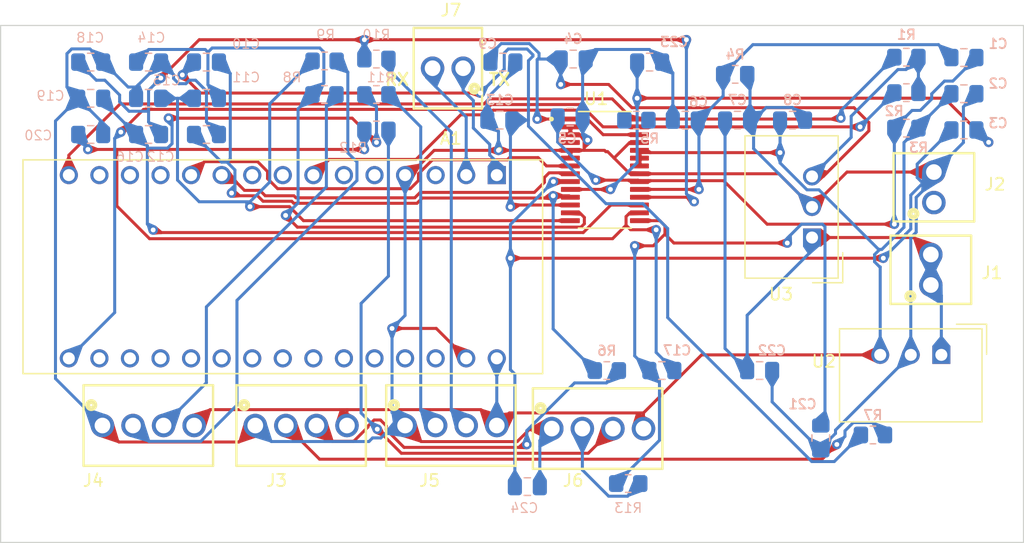
<source format=kicad_pcb>
(kicad_pcb (version 20240108) (generator "pcbnew") (generator_version "8.0")
  (layers (0 "F.Cu" signal) (31 "B.Cu" signal) (34 "B.Paste" user) (35 "F.Paste" user) (36 "B.SilkS" user "B.Silkscreen") (37 "F.SilkS" user "F.Silkscreen") (38 "B.Mask" user) (39 "F.Mask" user) (44 "Edge.Cuts" user))
  (net 0 "")
  (net 2 "+3.3V")
  (net 3 "/REFP1")
  (net 4 "/REFN1")
  (net 5 "/CAPNET1")
  (net 6 "+5V")
  (net 7 "GND")
  (net 26 "Net-(U1-REFP)")
  (net 27 "Net-(U1-REFN)")
  (net 28 "AINP1")
  (net 29 "AINN1")
  (net 30 "AINP3")
  (net 31 "AINN3")
  (net 32 "AINP2")
  (net 33 "AINN2")
  (net 34 "AINP4")
  (net 35 "AINN4")
  (net 36 "PDWN")
  (net 37 "A0")
  (net 38 "A1")
  (net 39 "DRDY{slash}DOUT")
  (net 40 "SCLK")
  (net 43 "/Load Cell Headers/AINP11")
  (net 44 "/Load Cell Headers/AINN11")
  (net 45 "/CAPNET2")
  (net 46 "/Input Power/V SUPPLY IN BOTH")
  (net 47 "/Load Cell Headers/AINN31")
  (net 48 "/Load Cell Headers/AINP31")
  (net 49 "/Load Cell Headers/AINP21")
  (net 50 "/Load Cell Headers/AINN21")
  (net 51 "/Load Cell Headers/AINP41")
  (net 52 "/Load Cell Headers/AINN41")
  (net 54 "/TX1")
  (net 55 "/RX1")
  (footprint "Robocone Footprints:691210910004" (layer "F.Cu") (at 115.57 108.204)
    (property "Reference" "J4")
    (property "Value" "691210910004" (hide yes))
  )
  (footprint "Robocone Footprints:691210910002" (layer "F.Cu") (at 180.848 88.392 90)
    (property "Reference" "J2")
    (property "Value" "691210910002" (hide yes))
  )
  (footprint "Robocone Footprints:691210910002" (layer "F.Cu") (at 180.594 95.25 90)
    (property "Reference" "J1")
    (property "Value" "691210910002" (hide yes))
  )
  (footprint "Robocone Footprints:691210910004" (layer "F.Cu") (at 128.27 108.204)
    (property "Reference" "J3")
    (property "Value" "691210910004" (hide yes))
  )
  (footprint "Robocone Footprints:691210910002" (layer "F.Cu") (at 140.462 78.486 180)
    (property "Reference" "J7")
    (property "Value" "691210910002" (hide yes))
  )
  (footprint "Robocone Footprints:691210910004" (layer "F.Cu") (at 140.716 108.204)
    (property "Reference" "J5")
    (property "Value" "691210910004" (hide yes))
  )
  (footprint "Robocone Footprints:MODULE_ARD-NANO30" (layer "F.Cu") (at 126.746 94.996 -90)
    (property "Reference" "A1")
    (property "Value" "Arduino_Nano_v3.x")
  )
  (footprint "Robocone Footprints:SOP65P640X120-28N" (layer "F.Cu") (at 153.512 86.939)
    (property "Reference" "U1")
    (property "Value" "ADS1234IPW")
  )
  (footprint "Robocone Footprints:691210910004" (layer "F.Cu") (at 152.908 108.458)
    (property "Reference" "J6")
    (property "Value" "691210910004" (hide yes))
  )
  (footprint "Converter_DCDC:Converter_DCDC_TRACO_TSR1-xxxxE_THT" (layer "F.Cu") (at 170.7215 92.5675 180)
    (property "Reference" "U3")
    (property "Value" "TSR1-2433E")
  )
  (footprint "Converter_DCDC:Converter_DCDC_TRACO_TSR1-xxxxE_THT" (layer "F.Cu") (at 181.4675 102.3285 -90)
    (property "Reference" "U2")
    (property "Value" "TSR1-2450E")
  )
  (footprint "Resistor_SMD:R_0805_2012Metric_Pad1.20x1.40mm_HandSolder" (layer "B.Cu") (at 134.522 83.624 180)
    (property "Reference" "R12")
    (property "Value" "100" (hide yes))
  )
  (footprint "Resistor_SMD:R_0805_2012Metric_Pad1.20x1.40mm_HandSolder" (layer "B.Cu") (at 178.562 77.568 180)
    (property "Reference" "R1")
    (property "Value" "4.7k" (hide yes))
  )
  (footprint "Resistor_SMD:R_0805_2012Metric_Pad1.20x1.40mm_HandSolder" (layer "B.Cu") (at 178.562 83.468 180)
    (property "Reference" "R3")
    (property "Value" "100" (hide yes))
  )
  (footprint "Resistor_SMD:R_0805_2012Metric_Pad1.20x1.40mm_HandSolder" (layer "B.Cu") (at 164.338 78.994 180)
    (property "Reference" "R4")
    (property "Value" "100" (hide yes))
  )
  (footprint "Capacitor_SMD:C_0805_2012Metric_Pad1.18x1.45mm_HandSolder" (layer "B.Cu") (at 183.342 77.598 180)
    (property "Reference" "C1")
    (property "Value" "10nF" (hide yes))
  )
  (footprint "Capacitor_SMD:C_0805_2012Metric_Pad1.18x1.45mm_HandSolder" (layer "B.Cu") (at 160.192 82.804 180)
    (property "Reference" "C6")
    (property "Value" "1nF" (hide yes))
  )
  (footprint "Resistor_SMD:R_0805_2012Metric_Pad1.20x1.40mm_HandSolder" (layer "B.Cu") (at 156.128 82.804 180)
    (property "Reference" "R5")
    (property "Value" "100k" (hide yes))
  )
  (footprint "Capacitor_SMD:C_0805_2012Metric_Pad1.18x1.45mm_HandSolder" (layer "B.Cu") (at 120.4015 80.988 180)
    (property "Reference" "C11")
    (property "Value" "10nF" (hide yes))
  )
  (footprint "Capacitor_SMD:C_0805_2012Metric_Pad1.18x1.45mm_HandSolder" (layer "B.Cu") (at 110.7815 80.988 180)
    (property "Reference" "C19")
    (property "Value" "1nF" (hide yes))
  )
  (footprint "Capacitor_SMD:C_0805_2012Metric_Pad1.18x1.45mm_HandSolder" (layer "B.Cu") (at 120.4015 77.978 180)
    (property "Reference" "C10")
    (property "Value" "10nF" (hide yes))
  )
  (footprint "Capacitor_SMD:C_0805_2012Metric_Pad1.18x1.45mm_HandSolder" (layer "B.Cu") (at 166.37 103.632 180)
    (property "Reference" "C22")
    (property "Value" "100nF" (hide yes))
  )
  (footprint "Capacitor_SMD:C_0805_2012Metric_Pad1.18x1.45mm_HandSolder" (layer "B.Cu") (at 115.5915 77.978 180)
    (property "Reference" "C14")
    (property "Value" "1nF" (hide yes))
  )
  (footprint "Resistor_SMD:R_0805_2012Metric_Pad1.20x1.40mm_HandSolder" (layer "B.Cu") (at 130.22 77.88 180)
    (property "Reference" "R9")
    (property "Value" "100" (hide yes))
  )
  (footprint "Capacitor_SMD:C_0805_2012Metric_Pad1.18x1.45mm_HandSolder" (layer "B.Cu") (at 157.226 77.978 180)
    (property "Reference" "C23")
    (property "Value" "1nF" (hide yes))
  )
  (footprint "Capacitor_SMD:C_0805_2012Metric_Pad1.18x1.45mm_HandSolder" (layer "B.Cu") (at 150.622 82.55 180)
    (property "Reference" "C5")
    (property "Value" "1nF" (hide yes))
  )
  (footprint "Capacitor_SMD:C_0805_2012Metric_Pad1.18x1.45mm_HandSolder" (layer "B.Cu") (at 110.7815 77.978 180)
    (property "Reference" "C18")
    (property "Value" "1nF" (hide yes))
  )
  (footprint "Capacitor_SMD:C_0805_2012Metric_Pad1.18x1.45mm_HandSolder" (layer "B.Cu") (at 145.034 77.978 180)
    (property "Reference" "C9")
    (property "Value" "100nF" (hide yes))
  )
  (footprint "Resistor_SMD:R_0805_2012Metric_Pad1.20x1.40mm_HandSolder" (layer "B.Cu") (at 175.784 108.9875 180)
    (property "Reference" "R7")
    (property "Value" "100" (hide yes))
  )
  (footprint "Resistor_SMD:R_0805_2012Metric_Pad1.20x1.40mm_HandSolder" (layer "B.Cu") (at 134.522 77.724 180)
    (property "Reference" "R10")
    (property "Value" "100" (hide yes))
  )
  (footprint "Capacitor_SMD:C_0805_2012Metric_Pad1.18x1.45mm_HandSolder" (layer "B.Cu") (at 169.1035 82.804 180)
    (property "Reference" "C8")
    (property "Value" "100nF" (hide yes))
  )
  (footprint "Resistor_SMD:R_0805_2012Metric_Pad1.20x1.40mm_HandSolder" (layer "B.Cu") (at 153.67 103.632 180)
    (property "Reference" "R6")
    (property "Value" "100" (hide yes))
  )
  (footprint "Capacitor_SMD:C_0805_2012Metric_Pad1.18x1.45mm_HandSolder" (layer "B.Cu") (at 150.876 77.724 180)
    (property "Reference" "C4")
    (property "Value" "2.2uF" (hide yes))
  )
  (footprint "Capacitor_SMD:C_0805_2012Metric_Pad1.18x1.45mm_HandSolder" (layer "B.Cu") (at 147.066 113.284 180)
    (property "Reference" "C24")
    (property "Value" "1nF" (hide yes))
  )
  (footprint "Capacitor_SMD:C_0805_2012Metric_Pad1.18x1.45mm_HandSolder" (layer "B.Cu") (at 110.7815 83.998 180)
    (property "Reference" "C20")
    (property "Value" "1nF" (hide yes))
  )
  (footprint "Capacitor_SMD:C_0805_2012Metric_Pad1.18x1.45mm_HandSolder" (layer "B.Cu") (at 183.342 80.608 180)
    (property "Reference" "C2")
    (property "Value" "2.2uF" (hide yes))
  )
  (footprint "Capacitor_SMD:C_0805_2012Metric_Pad1.18x1.45mm_HandSolder" (layer "B.Cu") (at 115.5915 83.998 180)
    (property "Reference" "C16")
    (property "Value" "10nF" (hide yes))
  )
  (footprint "Capacitor_SMD:C_0805_2012Metric_Pad1.18x1.45mm_HandSolder" (layer "B.Cu") (at 120.4015 83.998 180)
    (property "Reference" "C12")
    (property "Value" "1nF" (hide yes))
  )
  (footprint "Capacitor_SMD:C_0805_2012Metric_Pad1.18x1.45mm_HandSolder" (layer "B.Cu") (at 144.78 82.804 180)
    (property "Reference" "C13")
    (property "Value" "1nF" (hide yes))
  )
  (footprint "Capacitor_SMD:C_0805_2012Metric_Pad1.18x1.45mm_HandSolder" (layer "B.Cu") (at 164.5315 82.804 180)
    (property "Reference" "C7")
    (property "Value" "100nF" (hide yes))
  )
  (footprint "Resistor_SMD:R_0805_2012Metric_Pad1.20x1.40mm_HandSolder" (layer "B.Cu") (at 134.522 80.674 180)
    (property "Reference" "R11")
    (property "Value" "100" (hide yes))
  )
  (footprint "Resistor_SMD:R_0805_2012Metric_Pad1.20x1.40mm_HandSolder" (layer "B.Cu") (at 130.204 80.674 180)
    (property "Reference" "R8")
    (property "Value" "100" (hide yes))
  )
  (footprint "Capacitor_SMD:C_0805_2012Metric_Pad1.18x1.45mm_HandSolder" (layer "B.Cu") (at 158.242 103.632 180)
    (property "Reference" "C17")
    (property "Value" "10nF" (hide yes))
  )
  (footprint "Capacitor_SMD:C_0805_2012Metric_Pad1.18x1.45mm_HandSolder" (layer "B.Cu") (at 183.342 83.618 180)
    (property "Reference" "C3")
    (property "Value" "100nF" (hide yes))
  )
  (footprint "Capacitor_SMD:C_0805_2012Metric_Pad1.18x1.45mm_HandSolder" (layer "B.Cu") (at 115.5915 80.988 180)
    (property "Reference" "C15")
    (property "Value" "1nF" (hide yes))
  )
  (footprint "Resistor_SMD:R_0805_2012Metric_Pad1.20x1.40mm_HandSolder" (layer "B.Cu") (at 178.562 80.518 180)
    (property "Reference" "R2")
    (property "Value" "4.7k" (hide yes))
  )
  (footprint "Resistor_SMD:R_0805_2012Metric_Pad1.20x1.40mm_HandSolder" (layer "B.Cu") (at 155.448 113.03 180)
    (property "Reference" "R13")
    (property "Value" "100" (hide yes))
  )
  (footprint "Capacitor_SMD:C_0805_2012Metric_Pad1.18x1.45mm_HandSolder" (layer "B.Cu") (at 171.45 109.2415 -90)
    (property "Reference" "C21")
    (property "Value" "1nF" (hide yes))
  )
  (gr_rect (start 103.296 74.93) (end 188.296 117.93) (stroke (width 0.1)) (fill none) (layer "Edge.Cuts"))
  (gr_text "RX" (at 135.128 80.01 0) (layer "F.SilkS") (effects (font (size 1 1) (thickness 0.2) (bold yes)) (justify left bottom)))
  (gr_text "TX" (at 143.764 80.01 0) (layer "F.SilkS") (effects (font (size 1 1) (thickness 0.2) (bold yes)) (justify left bottom)))
  (segment (start 170.7215 87.4875) (end 171.6518 87.4875) (width 0.25) (layer "F.Cu") (net 2))
  (segment (start 150.642 82.714) (end 147.8841 82.714) (width 0.25) (layer "F.Cu") (net 2))
  (segment (start 175.4462 83.6931) (end 175.4462 83.0042) (width 0.25) (layer "F.Cu") (net 2))
  (segment (start 175.4462 83.0042) (end 174.211 81.769) (width 0.25) (layer "F.Cu") (net 2))
  (segment (start 174.211 81.769) (end 155.7552 81.769) (width 0.25) (layer "F.Cu") (net 2))
  (segment (start 153.8196 79.8334) (end 149.8385 79.8334) (width 0.25) (layer "F.Cu") (net 2))
  (segment (start 155.7552 81.769) (end 153.8196 79.8334) (width 0.25) (layer "F.Cu") (net 2))
  (segment (start 171.6518 87.4875) (end 175.4462 83.6931) (width 0.25) (layer "F.Cu") (net 2))
  (via (at 147.8841 82.714) (size 0.8) (drill 0.4) (layers "F.Cu" "B.Cu") (net 2))
  (via (at 149.8385 79.8334) (size 0.8) (drill 0.4) (layers "F.Cu" "B.Cu") (net 2))
  (segment (start 147.8825 82.7124) (end 147.8825 77.7716) (width 0.25) (layer "B.Cu") (net 2))
  (segment (start 177.8566 78.5957) (end 178.5343 78.5957) (width 0.25) (layer "B.Cu") (net 2))
  (segment (start 147.8841 82.714) (end 147.8825 82.7124) (width 0.25) (layer "B.Cu") (net 2))
  (segment (start 178.5343 78.5957) (end 179.562 77.568) (width 0.25) (layer "B.Cu") (net 2))
  (segment (start 147.2361 76.4388) (end 144.8969 76.4388) (width 0.25) (layer "B.Cu") (net 2))
  (segment (start 179.562 80.518) (end 179.562 77.568) (width 0.25) (layer "B.Cu") (net 2))
  (segment (start 149.8385 77.724) (end 147.9301 77.724) (width 0.25) (layer "B.Cu") (net 2))
  (segment (start 144.8969 76.4388) (end 144.4794 76.8563) (width 0.25) (layer "B.Cu") (net 2))
  (segment (start 173.9755 82.4768) (end 177.8566 78.5957) (width 0.25) (layer "B.Cu") (net 2))
  (segment (start 149.8385 77.724) (end 149.8385 79.8334) (width 0.25) (layer "B.Cu") (net 2))
  (segment (start 170.7215 87.4875) (end 173.9755 84.2335) (width 0.25) (layer "B.Cu") (net 2))
  (segment (start 144.4794 76.8563) (end 144.4794 77.4951) (width 0.25) (layer "B.Cu") (net 2))
  (segment (start 173.9755 84.2335) (end 173.9755 82.4768) (width 0.25) (layer "B.Cu") (net 2))
  (segment (start 148.0386 77.6155) (end 148.0386 77.2413) (width 0.25) (layer "B.Cu") (net 2))
  (segment (start 148.0386 77.2413) (end 147.2361 76.4388) (width 0.25) (layer "B.Cu") (net 2))
  (segment (start 147.9301 77.724) (end 148.0386 77.6155) (width 0.25) (layer "B.Cu") (net 2))
  (segment (start 144.4794 77.4951) (end 143.9965 77.978) (width 0.25) (layer "B.Cu") (net 2))
  (segment (start 147.8825 77.7716) (end 147.9301 77.724) (width 0.25) (layer "B.Cu") (net 2))
  (segment (start 156.4587 87.8373) (end 156.382 87.914) (width 0.25) (layer "F.Cu") (net 3))
  (segment (start 163.3696 87.8373) (end 156.4587 87.8373) (width 0.25) (layer "F.Cu") (net 3))
  (segment (start 177.562 91.4567) (end 166.989 91.4567) (width 0.25) (layer "F.Cu") (net 3))
  (segment (start 156.382 87.914) (end 156.2639 87.7959) (width 0.25) (layer "F.Cu") (net 3))
  (segment (start 166.989 91.4567) (end 163.3696 87.8373) (width 0.25) (layer "F.Cu") (net 3))
  (segment (start 156.2639 87.7959) (end 152.7554 87.7959) (width 0.25) (layer "F.Cu") (net 3))
  (via (at 152.7554 87.7959) (size 0.8) (drill 0.4) (layers "F.Cu" "B.Cu") (net 3))
  (via (at 177.562 91.4567) (size 0.8) (drill 0.4) (layers "F.Cu" "B.Cu") (net 3))
  (segment (start 184.3795 77.598) (end 182.4222 79.5553) (width 0.25) (layer "B.Cu") (net 3))
  (segment (start 181.7278 79.5553) (end 180.6663 80.6168) (width 0.25) (layer "B.Cu") (net 3))
  (segment (start 180.6663 81.0472) (end 179.7205 81.993) (width 0.25) (layer "B.Cu") (net 3))
  (segment (start 180.6663 80.6168) (end 180.6663 81.0472) (width 0.25) (layer "B.Cu") (net 3))
  (segment (start 177.562 83.468) (end 177.562 91.4567) (width 0.25) (layer "B.Cu") (net 3))
  (segment (start 149.5845 82.55) (end 149.5845 84.625) (width 0.25) (layer "B.Cu") (net 3))
  (segment (start 179.037 81.993) (end 177.562 83.468) (width 0.25) (layer "B.Cu") (net 3))
  (segment (start 179.7205 81.993) (end 179.037 81.993) (width 0.25) (layer "B.Cu") (net 3))
  (segment (start 149.5845 84.625) (end 152.7554 87.7959) (width 0.25) (layer "B.Cu") (net 3))
  (segment (start 182.4222 79.5553) (end 181.7278 79.5553) (width 0.25) (layer "B.Cu") (net 3))
  (segment (start 156.382 88.564) (end 161.3243 88.564) (width 0.25) (layer "F.Cu") (net 4))
  (via (at 161.3243 88.564) (size 0.8) (drill 0.4) (layers "F.Cu" "B.Cu") (net 4))
  (segment (start 161.3243 82.804) (end 161.2295 82.804) (width 0.25) (layer "B.Cu") (net 4))
  (segment (start 161.3243 82.804) (end 161.3243 88.564) (width 0.25) (layer "B.Cu") (net 4))
  (segment (start 181.2324 76.5259) (end 182.3045 77.598) (width 0.25) (layer "B.Cu") (net 4))
  (segment (start 163.338 80.7903) (end 161.3243 82.804) (width 0.25) (layer "B.Cu") (net 4))
  (segment (start 163.338 78.994) (end 165.8061 76.5259) (width 0.25) (layer "B.Cu") (net 4))
  (segment (start 165.8061 76.5259) (end 181.2324 76.5259) (width 0.25) (layer "B.Cu") (net 4))
  (segment (start 163.338 78.994) (end 163.338 80.7903) (width 0.25) (layer "B.Cu") (net 4))
  (segment (start 176.6459 94.2856) (end 145.6594 94.2856) (width 0.25) (layer "F.Cu") (net 5))
  (segment (start 149.2304 87.914) (end 150.642 87.914) (width 0.25) (layer "F.Cu") (net 5))
  (via (at 145.6594 94.2856) (size 0.8) (drill 0.4) (layers "F.Cu" "B.Cu") (net 5))
  (via (at 149.2304 87.914) (size 0.8) (drill 0.4) (layers "F.Cu" "B.Cu") (net 5))
  (via (at 176.6459 94.2856) (size 0.8) (drill 0.4) (layers "F.Cu" "B.Cu") (net 5))
  (segment (start 178.9275 91.8628) (end 178.4773 92.313) (width 0.25) (layer "B.Cu") (net 5))
  (segment (start 179.9275 88.0424) (end 179.9275 88.0425) (width 0.25) (layer "B.Cu") (net 5))
  (segment (start 179.9275 88.0425) (end 178.9275 89.0425) (width 0.25) (layer "B.Cu") (net 5))
  (segment (start 178.4773 92.4542) (end 176.6459 94.2856) (width 0.25) (layer "B.Cu") (net 5))
  (segment (start 178.4773 92.313) (end 178.4773 92.4542) (width 0.25) (layer "B.Cu") (net 5))
  (segment (start 145.6594 91.485) (end 145.6594 94.2856) (width 0.25) (layer "B.Cu") (net 5))
  (segment (start 145.6594 103.5604) (end 146.0285 103.9295) (width 0.25) (layer "B.Cu") (net 5))
  (segment (start 179.4628 86.4597) (end 179.4628 87.5777) (width 0.25) (layer "B.Cu") (net 5))
  (segment (start 182.3045 83.618) (end 179.4628 86.4597) (width 0.25) (layer "B.Cu") (net 5))
  (segment (start 179.4628 87.5777) (end 179.9275 88.0424) (width 0.25) (layer "B.Cu") (net 5))
  (segment (start 149.2304 87.914) (end 145.6594 91.485) (width 0.25) (layer "B.Cu") (net 5))
  (segment (start 146.0285 103.9295) (end 146.0285 113.284) (width 0.25) (layer "B.Cu") (net 5))
  (segment (start 178.9275 89.0425) (end 178.9275 91.8628) (width 0.25) (layer "B.Cu") (net 5))
  (segment (start 145.6594 94.2856) (end 145.6594 103.5604) (width 0.25) (layer "B.Cu") (net 5))
  (segment (start 132.08 108.204) (end 132.08 106.8848) (width 0.25) (layer "F.Cu") (net 6))
  (segment (start 161.5458 102.3285) (end 156.718 107.1563) (width 0.25) (layer "F.Cu") (net 6))
  (segment (start 156.382 85.314) (end 156.5738 85.5058) (width 0.25) (layer "F.Cu") (net 6))
  (segment (start 176.3875 102.3285) (end 161.5458 102.3285) (width 0.25) (layer "F.Cu") (net 6))
  (segment (start 144.526 108.204) (end 145.5737 107.1563) (width 0.25) (layer "F.Cu") (net 6))
  (segment (start 145.5737 107.1563) (end 156.718 107.1563) (width 0.25) (layer "F.Cu") (net 6))
  (segment (start 156.382 85.964) (end 156.382 86.614) (width 0.25) (layer "F.Cu") (net 6))
  (segment (start 144.526 108.204) (end 143.2068 106.8848) (width 0.25) (layer "F.Cu") (net 6))
  (segment (start 143.2068 106.8848) (end 132.08 106.8848) (width 0.25) (layer "F.Cu") (net 6))
  (segment (start 119.38 108.204) (end 120.6992 106.8848) (width 0.25) (layer "F.Cu") (net 6))
  (segment (start 156.718 107.1563) (end 156.718 108.458) (width 0.25) (layer "F.Cu") (net 6))
  (segment (start 156.382 85.314) (end 156.382 85.964) (width 0.25) (layer "F.Cu") (net 6))
  (segment (start 156.5738 85.5058) (end 168.066 85.5058) (width 0.25) (layer "F.Cu") (net 6))
  (segment (start 120.6992 106.8848) (end 132.08 106.8848) (width 0.25) (layer "F.Cu") (net 6))
  (via (at 168.066 85.5058) (size 0.8) (drill 0.4) (layers "F.Cu" "B.Cu") (net 6))
  (segment (start 178.0256 92.0515) (end 176.5182 93.5589) (width 0.25) (layer "B.Cu") (net 6))
  (segment (start 170.3064 88.6031) (end 171.301 88.6031) (width 0.25) (layer "B.Cu") (net 6))
  (segment (start 176.5182 93.5589) (end 176.345 93.5589) (width 0.25) (layer "B.Cu") (net 6))
  (segment (start 179.562 83.468) (end 178.363 84.667) (width 0.25) (layer "B.Cu") (net 6))
  (segment (start 182.3045 80.608) (end 179.562 83.3505) (width 0.25) (layer "B.Cu") (net 6))
  (segment (start 175.9192 93.9847) (end 175.9192 94.5865) (width 0.25) (layer "B.Cu") (net 6))
  (segment (start 176.345 93.5589) (end 176.3009 93.603) (width 0.25) (layer "B.Cu") (net 6))
  (segment (start 178.3624 91.7126) (end 178.0256 92.0494) (width 0.25) (layer "B.Cu") (net 6))
  (segment (start 178.0256 92.0494) (end 178.0256 92.0515) (width 0.25) (layer "B.Cu") (net 6))
  (segment (start 168.066 86.3627) (end 170.3064 88.6031) (width 0.25) (layer "B.Cu") (net 6))
  (segment (start 175.9192 94.5865) (end 176.345 95.0123) (width 0.25) (layer "B.Cu") (net 6))
  (segment (start 144.526 102.616) (end 144.526 108.204) (width 0.25) (layer "B.Cu") (net 6))
  (segment (start 168.066 85.5058) (end 168.066 86.3627) (width 0.25) (layer "B.Cu") (net 6))
  (segment (start 178.363 84.667) (end 178.363 91.7126) (width 0.25) (layer "B.Cu") (net 6))
  (segment (start 176.3009 93.603) (end 175.9192 93.9847) (width 0.25) (layer "B.Cu") (net 6))
  (segment (start 168.066 85.5058) (end 168.066 82.804) (width 0.25) (layer "B.Cu") (net 6))
  (segment (start 171.301 88.6031) (end 176.3009 93.603) (width 0.25) (layer "B.Cu") (net 6))
  (segment (start 178.363 91.7126) (end 178.3624 91.7126) (width 0.25) (layer "B.Cu") (net 6))
  (segment (start 176.3875 95.0123) (end 176.3875 102.3285) (width 0.25) (layer "B.Cu") (net 6))
  (segment (start 179.562 83.3505) (end 179.562 83.468) (width 0.25) (layer "B.Cu") (net 6))
  (segment (start 176.345 95.0123) (end 176.3875 95.0123) (width 0.25) (layer "B.Cu") (net 6))
  (segment (start 153.5835 85.4237) (end 153.4738 85.314) (width 0.25) (layer "F.Cu") (net 7))
  (segment (start 111.76 108.204) (end 113.1298 109.5738) (width 0.25) (layer "F.Cu") (net 7))
  (segment (start 154.2746 85.9574) (end 154.2745 85.9575) (width 0.25) (layer "F.Cu") (net 7))
  (segment (start 173.627 87.122) (end 180.848 87.122) (width 0.25) (layer "F.Cu") (net 7))
  (segment (start 123.0902 109.5738) (end 124.46 108.204) (width 0.25) (layer "F.Cu") (net 7))
  (segment (start 150.642 84.014) (end 150.642 83.364) (width 0.25) (layer "F.Cu") (net 7))
  (segment (start 154.2746 85.9574) (end 155.5811 87.264) (width 0.25) (layer "F.Cu") (net 7))
  (segment (start 137.2639 87.376) (end 136.906 87.376) (width 0.25) (layer "F.Cu") (net 7))
  (segment (start 170.7215 90.0275) (end 173.627 87.122) (width 0.25) (layer "F.Cu") (net 7))
  (segment (start 151.7908 84.373) (end 151.7908 84.4642) (width 0.25) (layer "F.Cu") (net 7))
  (segment (start 155.5811 87.264) (end 156.382 87.264) (width 0.25) (layer "F.Cu") (net 7))
  (segment (start 141.986 102.616) (end 139.4977 100.1277) (width 0.25) (layer "F.Cu") (net 7))
  (segment (start 167.958 87.264) (end 170.7215 90.0275) (width 0.25) (layer "F.Cu") (net 7))
  (segment (start 153.7407 85.4237) (end 153.5835 85.4237) (width 0.25) (layer "F.Cu") (net 7))
  (segment (start 156.382 87.264) (end 167.958 87.264) (width 0.25) (layer "F.Cu") (net 7))
  (segment (start 144.6661 85.314) (end 139.3259 85.314) (width 0.25) (layer "F.Cu") (net 7))
  (segment (start 139.3259 85.314) (end 137.2639 87.376) (width 0.25) (layer "F.Cu") (net 7))
  (segment (start 153.4738 85.314) (end 151.7908 85.314) (width 0.25) (layer "F.Cu") (net 7))
  (segment (start 150.642 84.014) (end 151.4318 84.014) (width 0.25) (layer "F.Cu") (net 7))
  (segment (start 155.568 84.664) (end 154.2746 85.9574) (width 0.25) (layer "F.Cu") (net 7))
  (segment (start 154.2745 85.9575) (end 153.7407 85.4237) (width 0.25) (layer "F.Cu") (net 7))
  (segment (start 113.1298 109.5738) (end 123.0902 109.5738) (width 0.25) (layer "F.Cu") (net 7))
  (segment (start 139.4977 100.1277) (end 135.8224 100.1277) (width 0.25) (layer "F.Cu") (net 7))
  (segment (start 150.642 85.314) (end 144.6661 85.314) (width 0.25) (layer "F.Cu") (net 7))
  (segment (start 147.3055 108.458) (end 146.2241 109.5394) (width 0.25) (layer "F.Cu") (net 7))
  (segment (start 149.098 108.458) (end 147.3055 108.458) (width 0.25) (layer "F.Cu") (net 7))
  (segment (start 138.2414 109.5394) (end 136.906 108.204) (width 0.25) (layer "F.Cu") (net 7))
  (segment (start 156.382 84.664) (end 155.568 84.664) (width 0.25) (layer "F.Cu") (net 7))
  (segment (start 146.2241 109.5394) (end 138.2414 109.5394) (width 0.25) (layer "F.Cu") (net 7))
  (segment (start 151.4318 84.014) (end 151.7908 84.373) (width 0.25) (layer "F.Cu") (net 7))
  (segment (start 150.642 85.964) (end 150.642 85.314) (width 0.25) (layer "F.Cu") (net 7))
  (segment (start 151.7908 84.4642) (end 152.0765 84.4642) (width 0.25) (layer "F.Cu") (net 7))
  (segment (start 151.7908 85.314) (end 150.642 85.314) (width 0.25) (layer "F.Cu") (net 7))
  (segment (start 151.7908 84.4642) (end 151.7908 85.314) (width 0.25) (layer "F.Cu") (net 7))
  (via (at 152.0765 84.4642) (size 0.8) (drill 0.4) (layers "F.Cu" "B.Cu") (net 7))
  (via (at 144.6661 85.314) (size 0.8) (drill 0.4) (layers "F.Cu" "B.Cu") (net 7))
  (via (at 135.8224 100.1277) (size 0.8) (drill 0.4) (layers "F.Cu" "B.Cu") (net 7))
  (segment (start 114.554 80.988) (end 114.554 80.053) (width 0.25) (layer "B.Cu") (net 7))
  (segment (start 151.6595 82.55) (end 151.6595 84.0472) (width 0.25) (layer "B.Cu") (net 7))
  (segment (start 116.629 77.978) (end 117.6704 79.0194) (width 0.25) (layer "B.Cu") (net 7))
  (segment (start 172.6741 108.5819) (end 172.6741 108.8607) (width 0.25) (layer "B.Cu") (net 7))
  (segment (start 157.2102 76.9247) (end 158.2635 77.978) (width 0.25) (layer "B.Cu") (net 7))
  (segment (start 143.888 81.0321) (end 143.888 80.8003) (width 0.25) (layer "B.Cu") (net 7))
  (segment (start 134.8959 109.2338) (end 136.4159 107.7138) (width 0.25) (layer "B.Cu") (net 7))
  (segment (start 171.45 110.0847) (end 171.45 110.279) (width 0.25) (layer "B.Cu") (net 7))
  (segment (start 108.8072 80.0512) (end 109.744 80.988) (width 0.25) (layer "B.Cu") (net 7))
  (segment (start 143.888 80.8003) (end 145.7085 78.9798) (width 0.25) (layer "B.Cu") (net 7))
  (segment (start 144.6661 83.7276) (end 144.6661 85.314) (width 0.25) (layer "B.Cu") (net 7))
  (segment (start 183.3008 84.6692) (end 180.848 87.122) (width 0.25) (layer "B.Cu") (net 7))
  (segment (start 145.7085 78.9798) (end 145.7085 78.6056) (width 0.25) (layer "B.Cu") (net 7))
  (segment (start 178.9275 102.3285) (end 172.6741 108.5819) (width 0.25) (layer "B.Cu") (net 7))
  (segment (start 110.7213 76.8803) (end 109.2058 76.8803) (width 0.25) (layer "B.Cu") (net 7))
  (segment (start 170.141 82.804) (end 169.0883 81.7513) (width 0.25) (layer "B.Cu") (net 7))
  (segment (start 136.906 99.0441) (end 135.8224 100.1277) (width 0.25) (layer "B.Cu") (net 7))
  (segment (start 180.247 87.723) (end 180.848 87.122) (width 0.25) (layer "B.Cu") (net 7))
  (segment (start 113.894 80.053) (end 114.554 80.053) (width 0.25) (layer "B.Cu") (net 7))
  (segment (start 183.3008 81.6867) (end 183.3008 84.6692) (width 0.25) (layer "B.Cu") (net 7))
  (segment (start 179.3792 89.2296) (end 180.3793 88.2295) (width 0.25) (layer "B.Cu") (net 7))
  (segment (start 165.569 82.804) (end 165.569 79.225) (width 0.25) (layer "B.Cu") (net 7))
  (segment (start 117.6704 79.3452) (end 118.0962 79.771) (width 0.25) (layer "B.Cu") (net 7))
  (segment (start 171.45 110.279) (end 167.4075 106.2365) (width 0.25) (layer "B.Cu") (net 7))
  (segment (start 148.1035 109.4525) (end 149.098 108.458) (width 0.25) (layer "B.Cu") (net 7))
  (segment (start 145.7085 78.6056) (end 145.608 78.5051) (width 0.25) (layer "B.Cu") (net 7))
  (segment (start 145.608 78.5051) (end 145.608 78.4415) (width 0.25) (layer "B.Cu") (net 7))
  (segment (start 134.2061 109.2338) (end 134.8959 109.2338) (width 0.25) (layer "B.Cu") (net 7))
  (segment (start 111.819 83.998) (end 111.819 83.063) (width 0.25) (layer "B.Cu") (net 7))
  (segment (start 136.4159 107.7138) (end 136.906 108.204) (width 0.25) (layer "B.Cu") (net 7))
  (segment (start 167.4075 106.2365) (end 167.4075 103.632) (width 0.25) (layer "B.Cu") (net 7))
  (segment (start 178.9275 102.3285) (end 178.9275 92.6428) (width 0.25) (layer "B.Cu") (net 7))
  (segment (start 119.4975 79.483) (end 120.4015 80.387) (width 0.25) (layer "B.Cu") (net 7))
  (segment (start 180.3793 87.8554) (end 180.247 87.723) (width 0.25) (layer "B.Cu") (net 7))
  (segment (start 179.3792 92.1264) (end 179.3792 89.2296) (width 0.25) (layer "B.Cu") (net 7))
  (segment (start 169.0883 81.7513) (end 166.9188 81.7513) (width 0.25) (layer "B.Cu") (net 7))
  (segment (start 178.929 92.5766) (end 179.3792 92.1264) (width 0.25) (layer "B.Cu") (net 7))
  (segment (start 166.9188 81.7513) (end 165.8661 82.804) (width 0.25) (layer "B.Cu") (net 7))
  (segment (start 172.6741 108.8607) (end 172.674 108.8607) (width 0.25) (layer "B.Cu") (net 7))
  (segment (start 135.8224 100.1277) (end 135.8224 107.1204) (width 0.25) (layer "B.Cu") (net 7))
  (segment (start 133.9062 109.5337) (end 134.2061 109.2338) (width 0.25) (layer "B.Cu") (net 7))
  (segment (start 152.7128 76.9247) (end 157.2102 76.9247) (width 0.25) (layer "B.Cu") (net 7))
  (segment (start 158.2635 77.978) (end 159.1545 78.869) (width 0.25) (layer "B.Cu") (net 7))
  (segment (start 117.6704 79.0194) (end 117.6704 79.3452) (width 0.25) (layer "B.Cu") (net 7))
  (segment (start 159.1545 78.869) (end 159.1545 82.804) (width 0.25) (layer "B.Cu") (net 7))
  (segment (start 165.8661 85.1721) (end 170.7215 90.0275) (width 0.25) (layer "B.Cu") (net 7))
  (segment (start 120.4015 82.9605) (end 121.439 83.998) (width 0.25) (layer "B.Cu") (net 7))
  (segment (start 165.569 79.225) (end 165.338 78.994) (width 0.25) (layer "B.Cu") (net 7))
  (segment (start 111.819 77.978) (end 110.7213 76.8803) (width 0.25) (layer "B.Cu") (net 7))
  (segment (start 165.8661 82.804) (end 165.8661 85.1721) (width 0.25) (layer "B.Cu") (net 7))
  (segment (start 109.744 80.988) (end 107.8567 82.8753) (width 0.25) (layer "B.Cu") (net 7))
  (segment (start 109.2058 76.8803) (end 108.8072 77.2789) (width 0.25) (layer "B.Cu") (net 7))
  (segment (start 111.819 77.978) (end 113.894 80.053) (width 0.25) (layer "B.Cu") (net 7))
  (segment (start 151.6595 77.978) (end 151.9135 77.724) (width 0.25) (layer "B.Cu") (net 7))
  (segment (start 143.7425 81.1776) (end 143.888 81.0321) (width 0.25) (layer "B.Cu") (net 7))
  (segment (start 145.608 78.4415) (end 146.0715 77.978) (width 0.25) (layer "B.Cu") (net 7))
  (segment (start 116.629 77.978) (end 114.554 80.053) (width 0.25) (layer "B.Cu") (net 7))
  (segment (start 120.4015 80.387) (end 120.4015 82.9605) (width 0.25) (layer "B.Cu") (net 7))
  (segment (start 151.9135 77.724) (end 152.7128 76.9247) (width 0.25) (layer "B.Cu") (net 7))
  (segment (start 108.8072 77.2789) (end 108.8072 80.0512) (width 0.25) (layer "B.Cu") (net 7))
  (segment (start 178.9275 92.6428) (end 178.929 92.6413) (width 0.25) (layer "B.Cu") (net 7))
  (segment (start 118.0962 79.771) (end 118.6981 79.771) (width 0.25) (layer "B.Cu") (net 7))
  (segment (start 111.819 83.063) (end 109.744 80.988) (width 0.25) (layer "B.Cu") (net 7))
  (segment (start 184.3795 80.608) (end 183.3008 81.6867) (width 0.25) (layer "B.Cu") (net 7))
  (segment (start 107.8567 104.3007) (end 111.76 108.204) (width 0.25) (layer "B.Cu") (net 7))
  (segment (start 125.7897 109.5337) (end 133.9062 109.5337) (width 0.25) (layer "B.Cu") (net 7))
  (segment (start 165.569 82.804) (end 165.8661 82.804) (width 0.25) (layer "B.Cu") (net 7))
  (segment (start 151.6595 82.55) (end 151.6595 77.978) (width 0.25) (layer "B.Cu") (net 7))
  (segment (start 124.46 108.204) (end 125.7897 109.5337) (width 0.25) (layer "B.Cu") (net 7))
  (segment (start 143.7425 82.804) (end 143.7425 81.1776) (width 0.25) (layer "B.Cu") (net 7))
  (segment (start 180.3793 88.2295) (end 180.3793 87.8554) (width 0.25) (layer "B.Cu") (net 7))
  (segment (start 118.9861 79.483) (end 119.4975 79.483) (width 0.25) (layer "B.Cu") (net 7))
  (segment (start 136.906 87.376) (end 136.906 99.0441) (width 0.25) (layer "B.Cu") (net 7))
  (segment (start 143.7425 82.804) (end 144.6661 83.7276) (width 0.25) (layer "B.Cu") (net 7))
  (segment (start 148.1035 113.284) (end 148.1035 109.4525) (width 0.25) (layer "B.Cu") (net 7))
  (segment (start 135.8224 107.1204) (end 136.4159 107.7138) (width 0.25) (layer "B.Cu") (net 7))
  (segment (start 172.674 108.8607) (end 171.45 110.0847) (width 0.25) (layer "B.Cu") (net 7))
  (segment (start 178.929 92.6413) (end 178.929 92.5766) (width 0.25) (layer "B.Cu") (net 7))
  (segment (start 118.6981 79.771) (end 118.9861 79.483) (width 0.25) (layer "B.Cu") (net 7))
  (segment (start 107.8567 82.8753) (end 107.8567 104.3007) (width 0.25) (layer "B.Cu") (net 7))
  (segment (start 151.6595 84.0472) (end 152.0765 84.4642) (width 0.25) (layer "B.Cu") (net 7))
  (segment (start 125.1019 89.5475) (end 127.4839 89.5475) (width 0.25) (layer "F.Cu") (net 28))
  (segment (start 149.2114 89.0959) (end 150.5239 89.0959) (width 0.25) (layer "F.Cu") (net 28))
  (segment (start 149.0244 89.2829) (end 149.2114 89.0959) (width 0.25) (layer "F.Cu") (net 28))
  (segment (start 138.3304 89.2829) (end 149.0244 89.2829) (width 0.25) (layer "F.Cu") (net 28))
  (segment (start 122.4868 88.8668) (end 122.7158 89.0958) (width 0.25) (layer "F.Cu") (net 28))
  (segment (start 137.8954 89.7179) (end 138.3304 89.2829) (width 0.25) (layer "F.Cu") (net 28))
  (segment (start 127.6543 89.7179) (end 137.8954 89.7179) (width 0.25) (layer "F.Cu") (net 28))
  (segment (start 127.4839 89.5475) (end 127.6543 89.7179) (width 0.25) (layer "F.Cu") (net 28))
  (segment (start 122.7158 89.0958) (end 124.6502 89.0958) (width 0.25) (layer "F.Cu") (net 28))
  (segment (start 150.5239 89.0959) (end 150.642 89.214) (width 0.25) (layer "F.Cu") (net 28))
  (segment (start 124.6502 89.0958) (end 125.1019 89.5475) (width 0.25) (layer "F.Cu") (net 28))
  (via (at 149.2114 89.0959) (size 0.8) (drill 0.4) (layers "F.Cu" "B.Cu") (net 28))
  (via (at 122.4868 88.8668) (size 0.8) (drill 0.4) (layers "F.Cu" "B.Cu") (net 28))
  (segment (start 119.364 83.998) (end 121.6613 86.2953) (width 0.25) (layer "B.Cu") (net 28))
  (segment (start 122.7665 88.5871) (end 122.4868 88.8668) (width 0.25) (layer "B.Cu") (net 28))
  (segment (start 122.3809 86.0282) (end 122.3809 78.9199) (width 0.25) (layer "B.Cu") (net 28))
  (segment (start 122.1138 86.2953) (end 122.7665 86.948) (width 0.25) (layer "B.Cu") (net 28))
  (segment (start 149.2114 100.1734) (end 149.2114 89.0959) (width 0.25) (layer "B.Cu") (net 28))
  (segment (start 122.1138 86.2953) (end 122.3809 86.0282) (width 0.25) (layer "B.Cu") (net 28))
  (segment (start 121.6613 86.2953) (end 122.1138 86.2953) (width 0.25) (layer "B.Cu") (net 28))
  (segment (start 152.67 103.632) (end 149.2114 100.1734) (width 0.25) (layer "B.Cu") (net 28))
  (segment (start 122.7665 86.948) (end 122.7665 88.5871) (width 0.25) (layer "B.Cu") (net 28))
  (segment (start 122.3809 78.9199) (end 121.439 77.978) (width 0.25) (layer "B.Cu") (net 28))
  (segment (start 118.3971 79.0443) (end 119.9025 80.5497) (width 0.25) (layer "F.Cu") (net 29))
  (segment (start 150.642 89.864) (end 145.8143 89.864) (width 0.25) (layer "F.Cu") (net 29))
  (segment (start 119.9025 80.5497) (end 143.1613 80.5497) (width 0.25) (layer "F.Cu") (net 29))
  (segment (start 145.8143 89.864) (end 145.6604 90.0179) (width 0.25) (layer "F.Cu") (net 29))
  (via (at 143.1613 80.5497) (size 0.8) (drill 0.4) (layers "F.Cu" "B.Cu") (net 29))
  (via (at 118.3971 79.0443) (size 0.8) (drill 0.4) (layers "F.Cu" "B.Cu") (net 29))
  (via (at 145.6604 90.0179) (size 0.8) (drill 0.4) (layers "F.Cu" "B.Cu") (net 29))
  (segment (start 147.049 76.8905) (end 145.4817 76.8905) (width 0.25) (layer "B.Cu") (net 29))
  (segment (start 158.7277 99.2264) (end 158.7277 91.8173) (width 0.25) (layer "B.Cu") (net 29))
  (segment (start 147.5352 77.4801) (end 147.5352 77.3767) (width 0.25) (layer "B.Cu") (net 29))
  (segment (start 158.7277 91.8173) (end 156.6639 89.7535) (width 0.25) (layer "B.Cu") (net 29))
  (segment (start 145.4817 76.8905) (end 145.1478 77.2244) (width 0.25) (layer "B.Cu") (net 29))
  (segment (start 153.6044 89.7535) (end 147.1573 83.3064) (width 0.25) (layer "B.Cu") (net 29))
  (segment (start 172.5703 111.2012) (end 170.7025 111.2012) (width 0.25) (layer "B.Cu") (net 29))
  (segment (start 156.6639 89.7535) (end 153.6044 89.7535) (width 0.25) (layer "B.Cu") (net 29))
  (segment (start 118.3971 78.9449) (end 119.364 77.978) (width 0.25) (layer "B.Cu") (net 29))
  (segment (start 147.1573 82.804) (end 147.1573 77.858) (width 0.25) (layer "B.Cu") (net 29))
  (segment (start 145.6604 82.9611) (end 145.6604 90.0179) (width 0.25) (layer "B.Cu") (net 29))
  (segment (start 174.784 108.9875) (end 172.5703 111.2012) (width 0.25) (layer "B.Cu") (net 29))
  (segment (start 145.8175 82.804) (end 145.6604 82.9611) (width 0.25) (layer "B.Cu") (net 29))
  (segment (start 145.1478 77.2244) (end 145.1478 78.5632) (width 0.25) (layer "B.Cu") (net 29))
  (segment (start 170.7025 111.2012) (end 158.7277 99.2264) (width 0.25) (layer "B.Cu") (net 29))
  (segment (start 147.1573 77.858) (end 147.5352 77.4801) (width 0.25) (layer "B.Cu") (net 29))
  (segment (start 118.3971 79.0443) (end 118.3971 78.9449) (width 0.25) (layer "B.Cu") (net 29))
  (segment (start 147.5352 77.3767) (end 147.049 76.8905) (width 0.25) (layer "B.Cu") (net 29))
  (segment (start 145.1478 78.5632) (end 143.1613 80.5497) (width 0.25) (layer "B.Cu") (net 29))
  (segment (start 147.1573 83.3064) (end 147.1573 82.804) (width 0.25) (layer "B.Cu") (net 29))
  (segment (start 147.1573 82.804) (end 145.8175 82.804) (width 0.25) (layer "B.Cu") (net 29))
  (segment (start 150.642 90.514) (end 151.4223 90.514) (width 0.25) (layer "F.Cu") (net 30))
  (segment (start 151.5254 91.7029) (end 127.9551 91.7029) (width 0.25) (layer "F.Cu") (net 30))
  (segment (start 151.4223 90.514) (end 151.8029 90.8946) (width 0.25) (layer "F.Cu") (net 30))
  (segment (start 151.8029 90.8946) (end 151.8029 91.4254) (width 0.25) (layer "F.Cu") (net 30))
  (segment (start 151.8029 91.4254) (end 151.5254 91.7029) (width 0.25) (layer "F.Cu") (net 30))
  (segment (start 127.9551 91.7029) (end 126.9782 90.726) (width 0.25) (layer "F.Cu") (net 30))
  (via (at 126.9782 90.726) (size 0.8) (drill 0.4) (layers "F.Cu" "B.Cu") (net 30))
  (segment (start 126.9782 90.726) (end 128.016 89.6882) (width 0.25) (layer "B.Cu") (net 30))
  (segment (start 120.5238 77.1535) (end 120.5238 79.8629) (width 0.25) (layer "B.Cu") (net 30))
  (segment (start 130.1565 77.1407) (end 129.8186 76.8028) (width 0.25) (layer "B.Cu") (net 30))
  (segment (start 129.204 80.674) (end 130.1565 79.7215) (width 0.25) (layer "B.Cu") (net 30))
  (segment (start 120.5238 77.1535) (end 120.295 76.9247) (width 0.25) (layer "B.Cu") (net 30))
  (segment (start 120.5238 79.8629) (end 121.439 80.7781) (width 0.25) (layer "B.Cu") (net 30))
  (segment (start 128.016 81.862) (end 129.204 80.674) (width 0.25) (layer "B.Cu") (net 30))
  (segment (start 129.8186 76.8028) (end 120.8745 76.8028) (width 0.25) (layer "B.Cu") (net 30))
  (segment (start 120.295 76.9247) (end 115.6073 76.9247) (width 0.25) (layer "B.Cu") (net 30))
  (segment (start 121.439 80.7781) (end 121.439 80.988) (width 0.25) (layer "B.Cu") (net 30))
  (segment (start 115.6073 76.9247) (end 114.554 77.978) (width 0.25) (layer "B.Cu") (net 30))
  (segment (start 128.016 89.6882) (end 128.016 81.862) (width 0.25) (layer "B.Cu") (net 30))
  (segment (start 130.1565 79.7215) (end 130.1565 77.1407) (width 0.25) (layer "B.Cu") (net 30))
  (segment (start 120.8745 76.8028) (end 120.5238 77.1535) (width 0.25) (layer "B.Cu") (net 30))
  (segment (start 128.4616 91.164) (end 127.2968 89.9992) (width 0.25) (layer "F.Cu") (net 31))
  (segment (start 127.2968 89.9992) (end 124.019 89.9992) (width 0.25) (layer "F.Cu") (net 31))
  (segment (start 150.642 91.164) (end 128.4616 91.164) (width 0.25) (layer "F.Cu") (net 31))
  (via (at 124.019 89.9992) (size 0.8) (drill 0.4) (layers "F.Cu" "B.Cu") (net 31))
  (segment (start 125.659 81.441) (end 125.659 87.9537) (width 0.25) (layer "B.Cu") (net 31))
  (segment (start 124.019 89.5937) (end 124.019 89.9992) (width 0.25) (layer "B.Cu") (net 31))
  (segment (start 119.8002 89.5937) (end 117.9965 87.79) (width 0.25) (layer "B.Cu") (net 31))
  (segment (start 129.22 77.88) (end 125.659 81.441) (width 0.25) (layer "B.Cu") (net 31))
  (segment (start 117.9965 87.79) (end 117.9965 80.988) (width 0.25) (layer "B.Cu") (net 31))
  (segment (start 125.659 87.9537) (end 124.019 89.5937) (width 0.25) (layer "B.Cu") (net 31))
  (segment (start 116.629 80.988) (end 117.9965 80.988) (width 0.25) (layer "B.Cu") (net 31))
  (segment (start 124.019 89.5937) (end 119.8002 89.5937) (width 0.25) (layer "B.Cu") (net 31))
  (segment (start 117.9965 80.988) (end 119.364 80.988) (width 0.25) (layer "B.Cu") (net 31))
  (segment (start 119.8027 76.1147) (end 133.522 76.1147) (width 0.25) (layer "F.Cu") (net 32))
  (segment (start 133.522 76.1147) (end 160.2838 76.1147) (width 0.25) (layer "F.Cu") (net 32))
  (segment (start 116.6096 79.3078) (end 119.8027 76.1147) (width 0.25) (layer "F.Cu") (net 32))
  (segment (start 160.9278 89.5799) (end 160.5619 89.214) (width 0.25) (layer "F.Cu") (net 32))
  (segment (start 160.5619 89.214) (end 156.382 89.214) (width 0.25) (layer "F.Cu") (net 32))
  (via (at 160.2838 76.1147) (size 0.8) (drill 0.4) (layers "F.Cu" "B.Cu") (net 32))
  (via (at 160.9278 89.5799) (size 0.8) (drill 0.4) (layers "F.Cu" "B.Cu") (net 32))
  (via (at 116.6096 79.3078) (size 0.8) (drill 0.4) (layers "F.Cu" "B.Cu") (net 32))
  (via (at 133.522 76.1147) (size 0.8) (drill 0.4) (layers "F.Cu" "B.Cu") (net 32))
  (segment (start 109.744 77.978) (end 111.249 79.483) (width 0.25) (layer "B.Cu") (net 32))
  (segment (start 115.5915 82.0626) (end 115.5915 80.3259) (width 0.25) (layer "B.Cu") (net 32))
  (segment (start 116.629 83.998) (end 115.5915 82.9605) (width 0.25) (layer "B.Cu") (net 32))
  (segment (start 160.2838 88.9359) (end 160.2838 76.1147) (width 0.25) (layer "B.Cu") (net 32))
  (segment (start 113.1865 81.282) (end 113.9671 82.0626) (width 0.25) (layer "B.Cu") (net 32))
  (segment (start 113.1865 80.7137) (end 113.1865 81.282) (width 0.25) (layer "B.Cu") (net 32))
  (segment (start 160.9278 89.5799) (end 160.2838 88.9359) (width 0.25) (layer "B.Cu") (net 32))
  (segment (start 133.522 77.724) (end 133.522 76.1147) (width 0.25) (layer "B.Cu") (net 32))
  (segment (start 113.9671 82.0626) (end 115.5915 82.0626) (width 0.25) (layer "B.Cu") (net 32))
  (segment (start 111.9558 79.483) (end 113.1865 80.7137) (width 0.25) (layer "B.Cu") (net 32))
  (segment (start 115.5915 82.9605) (end 115.5915 82.0626) (width 0.25) (layer "B.Cu") (net 32))
  (segment (start 115.5915 80.3259) (end 116.6096 79.3078) (width 0.25) (layer "B.Cu") (net 32))
  (segment (start 111.249 79.483) (end 111.9558 79.483) (width 0.25) (layer "B.Cu") (net 32))
  (segment (start 116.1927 92.1546) (end 151.7126 92.1546) (width 0.25) (layer "F.Cu") (net 33))
  (segment (start 151.7126 92.1546) (end 154.0032 89.864) (width 0.25) (layer "F.Cu") (net 33))
  (segment (start 134.5305 84.6583) (end 132.5131 82.6409) (width 0.25) (layer "F.Cu") (net 33))
  (segment (start 132.5131 82.6409) (end 117.2515 82.6409) (width 0.25) (layer "F.Cu") (net 33))
  (segment (start 115.9734 91.9353) (end 116.1927 92.1546) (width 0.25) (layer "F.Cu") (net 33))
  (segment (start 154.0032 89.864) (end 156.382 89.864) (width 0.25) (layer "F.Cu") (net 33))
  (via (at 115.9734 91.9353) (size 0.8) (drill 0.4) (layers "F.Cu" "B.Cu") (net 33))
  (via (at 134.5305 84.6583) (size 0.8) (drill 0.4) (layers "F.Cu" "B.Cu") (net 33))
  (via (at 117.2515 82.6409) (size 0.8) (drill 0.4) (layers "F.Cu" "B.Cu") (net 33))
  (segment (start 114.554 83.998) (end 115.4908 84.9348) (width 0.25) (layer "B.Cu") (net 33))
  (segment (start 134.5305 81.6825) (end 134.5305 84.6583) (width 0.25) (layer "B.Cu") (net 33))
  (segment (start 133.522 80.674) (end 134.5305 81.6825) (width 0.25) (layer "B.Cu") (net 33))
  (segment (start 115.4908 85.1332) (end 115.4908 91.4527) (width 0.25) (layer "B.Cu") (net 33))
  (segment (start 117.1681 85.1332) (end 117.5442 84.7571) (width 0.25) (layer "B.Cu") (net 33))
  (segment (start 111.819 80.988) (end 111.819 81.263) (width 0.25) (layer "B.Cu") (net 33))
  (segment (start 115.4908 85.1332) (end 117.1681 85.1332) (width 0.25) (layer "B.Cu") (net 33))
  (segment (start 111.819 81.263) (end 114.554 83.998) (width 0.25) (layer "B.Cu") (net 33))
  (segment (start 115.4908 91.4527) (end 115.9734 91.9353) (width 0.25) (layer "B.Cu") (net 33))
  (segment (start 117.5442 84.7571) (end 117.5442 82.9336) (width 0.25) (layer "B.Cu") (net 33))
  (segment (start 115.4908 84.9348) (end 115.4908 85.1332) (width 0.25) (layer "B.Cu") (net 33))
  (segment (start 117.5442 82.9336) (end 117.2515 82.6409) (width 0.25) (layer "B.Cu") (net 33))
  (segment (start 155.5818 90.514) (end 155.2687 90.8271) (width 0.25) (layer "F.Cu") (net 34))
  (segment (start 112.9571 85.2391) (end 110.5508 85.2391) (width 0.25) (layer "F.Cu") (net 34))
  (segment (start 112.9571 85.2391) (end 133.522 85.2391) (width 0.25) (layer "F.Cu") (net 34))
  (segment (start 112.9571 89.9492) (end 112.9571 85.2391) (width 0.25) (layer "F.Cu") (net 34))
  (segment (start 155.2687 90.8271) (end 155.2687 91.5438) (width 0.25) (layer "F.Cu") (net 34))
  (segment (start 115.6742 92.6663) (end 112.9571 89.9492) (width 0.25) (layer "F.Cu") (net 34))
  (segment (start 154.1462 92.6663) (end 115.6742 92.6663) (width 0.25) (layer "F.Cu") (net 34))
  (segment (start 156.382 90.514) (end 155.5818 90.514) (width 0.25) (layer "F.Cu") (net 34))
  (segment (start 155.2687 91.5438) (end 154.1462 92.6663) (width 0.25) (layer "F.Cu") (net 34))
  (segment (start 155.6488 91.9239) (end 157.7706 91.9239) (width 0.25) (layer "F.Cu") (net 34))
  (segment (start 155.2687 91.5438) (end 155.6488 91.9239) (width 0.25) (layer "F.Cu") (net 34))
  (via (at 110.5508 85.2391) (size 0.8) (drill 0.4) (layers "F.Cu" "B.Cu") (net 34))
  (via (at 157.7706 91.9239) (size 0.8) (drill 0.4) (layers "F.Cu" "B.Cu") (net 34))
  (via (at 133.522 85.2391) (size 0.8) (drill 0.4) (layers "F.Cu" "B.Cu") (net 34))
  (segment (start 133.522 83.624) (end 133.522 85.2391) (width 0.25) (layer "B.Cu") (net 34))
  (segment (start 157.7706 102.1231) (end 157.7706 91.9239) (width 0.25) (layer "B.Cu") (net 34))
  (segment (start 159.2795 103.632) (end 157.7706 102.1231) (width 0.25) (layer "B.Cu") (net 34))
  (segment (start 109.744 83.998) (end 110.5508 84.8048) (width 0.25) (layer "B.Cu") (net 34))
  (segment (start 110.5508 84.8048) (end 110.5508 85.2391) (width 0.25) (layer "B.Cu") (net 34))
  (segment (start 157.5277 93.2583) (end 155.9884 93.2583) (width 0.25) (layer "F.Cu") (net 35))
  (segment (start 159.2393 93.0239) (end 168.6644 93.0239) (width 0.25) (layer "F.Cu") (net 35))
  (segment (start 158.5007 92.2853) (end 159.2393 93.0239) (width 0.25) (layer "F.Cu") (net 35))
  (segment (start 158.0685 91.164) (end 158.5007 91.5962) (width 0.25) (layer "F.Cu") (net 35))
  (segment (start 158.5007 91.5962) (end 158.5007 92.2853) (width 0.25) (layer "F.Cu") (net 35))
  (segment (start 158.5007 92.2853) (end 157.5277 93.2583) (width 0.25) (layer "F.Cu") (net 35))
  (segment (start 156.382 91.164) (end 158.0685 91.164) (width 0.25) (layer "F.Cu") (net 35))
  (via (at 155.9884 93.2583) (size 0.8) (drill 0.4) (layers "F.Cu" "B.Cu") (net 35))
  (via (at 168.6644 93.0239) (size 0.8) (drill 0.4) (layers "F.Cu" "B.Cu") (net 35))
  (segment (start 155.9884 93.2583) (end 155.9884 102.4159) (width 0.25) (layer "B.Cu") (net 35))
  (segment (start 155.9884 102.4159) (end 157.2045 103.632) (width 0.25) (layer "B.Cu") (net 35))
  (segment (start 158.0437 109.4343) (end 154.448 113.03) (width 0.25) (layer "B.Cu") (net 35))
  (segment (start 158.0437 104.4712) (end 158.0437 109.4343) (width 0.25) (layer "B.Cu") (net 35))
  (segment (start 169.8396 91.4568) (end 168.6644 92.632) (width 0.25) (layer "B.Cu") (net 35))
  (segment (start 171.7982 107.8558) (end 171.7982 91.6662) (width 0.25) (layer "B.Cu") (net 35))
  (segment (start 171.5888 91.4568) (end 169.8396 91.4568) (width 0.25) (layer "B.Cu") (net 35))
  (segment (start 168.6644 92.632) (end 168.6644 93.0239) (width 0.25) (layer "B.Cu") (net 35))
  (segment (start 171.45 108.204) (end 171.7982 107.8558) (width 0.25) (layer "B.Cu") (net 35))
  (segment (start 171.7982 91.6662) (end 171.5888 91.4568) (width 0.25) (layer "B.Cu") (net 35))
  (segment (start 157.2045 103.632) (end 158.0437 104.4712) (width 0.25) (layer "B.Cu") (net 35))
  (segment (start 130.5917 86.0703) (end 137.8205 86.0703) (width 0.25) (layer "F.Cu") (net 36))
  (segment (start 129.286 87.376) (end 130.5917 86.0703) (width 0.25) (layer "F.Cu") (net 36))
  (segment (start 143.8365 82.3612) (end 144.2222 81.9755) (width 0.25) (layer "F.Cu") (net 36))
  (segment (start 141.5296 82.3612) (end 143.8365 82.3612) (width 0.25) (layer "F.Cu") (net 36))
  (segment (start 144.2222 81.9755) (end 151.3258 81.9755) (width 0.25) (layer "F.Cu") (net 36))
  (segment (start 153.3643 84.014) (end 156.382 84.014) (width 0.25) (layer "F.Cu") (net 36))
  (segment (start 137.8205 86.0703) (end 141.5296 82.3612) (width 0.25) (layer "F.Cu") (net 36))
  (segment (start 151.3258 81.9755) (end 153.3643 84.014) (width 0.25) (layer "F.Cu") (net 36))
  (segment (start 127.671 89.0958) (end 127.8414 89.2662) (width 0.25) (layer "F.Cu") (net 37))
  (segment (start 124.8374 88.6441) (end 125.2891 89.0958) (width 0.25) (layer "F.Cu") (net 37))
  (segment (start 122.2904 87.376) (end 123.5585 88.6441) (width 0.25) (layer "F.Cu") (net 37))
  (segment (start 150.5638 87.1858) (end 150.642 87.264) (width 0.25) (layer "F.Cu") (net 37))
  (segment (start 121.666 87.376) (end 122.2904 87.376) (width 0.25) (layer "F.Cu") (net 37))
  (segment (start 148.8746 87.1858) (end 150.5638 87.1858) (width 0.25) (layer "F.Cu") (net 37))
  (segment (start 123.5585 88.6441) (end 124.8374 88.6441) (width 0.25) (layer "F.Cu") (net 37))
  (segment (start 127.8414 89.2662) (end 137.7083 89.2662) (width 0.25) (layer "F.Cu") (net 37))
  (segment (start 125.2891 89.0958) (end 127.671 89.0958) (width 0.25) (layer "F.Cu") (net 37))
  (segment (start 148.486 87.5744) (end 148.8746 87.1858) (width 0.25) (layer "F.Cu") (net 37))
  (segment (start 138.16 88.8145) (end 147.6474 88.8145) (width 0.25) (layer "F.Cu") (net 37))
  (segment (start 137.7083 89.2662) (end 138.16 88.8145) (width 0.25) (layer "F.Cu") (net 37))
  (segment (start 148.486 87.9759) (end 148.486 87.5744) (width 0.25) (layer "F.Cu") (net 37))
  (segment (start 147.6474 88.8145) (end 148.486 87.9759) (width 0.25) (layer "F.Cu") (net 37))
  (segment (start 126.3135 88.5042) (end 137.3426 88.5042) (width 0.25) (layer "F.Cu") (net 38))
  (segment (start 125.4761 87.6668) (end 126.3135 88.5042) (width 0.25) (layer "F.Cu") (net 38))
  (segment (start 145.4043 86.1039) (end 145.5857 85.9225) (width 0.25) (layer "F.Cu") (net 38))
  (segment (start 138.0167 87.8301) (end 138.0167 87.2705) (width 0.25) (layer "F.Cu") (net 38))
  (segment (start 137.3426 88.5042) (end 138.0167 87.8301) (width 0.25) (layer "F.Cu") (net 38))
  (segment (start 147.9635 85.9225) (end 148.655 86.614) (width 0.25) (layer "F.Cu") (net 38))
  (segment (start 120.2469 86.2551) (end 124.651 86.2551) (width 0.25) (layer "F.Cu") (net 38))
  (segment (start 138.0167 87.2705) (end 139.1833 86.1039) (width 0.25) (layer "F.Cu") (net 38))
  (segment (start 148.655 86.614) (end 150.642 86.614) (width 0.25) (layer "F.Cu") (net 38))
  (segment (start 119.126 87.376) (end 120.2469 86.2551) (width 0.25) (layer "F.Cu") (net 38))
  (segment (start 125.4761 87.0802) (end 125.4761 87.6668) (width 0.25) (layer "F.Cu") (net 38))
  (segment (start 139.1833 86.1039) (end 145.4043 86.1039) (width 0.25) (layer "F.Cu") (net 38))
  (segment (start 145.5857 85.9225) (end 147.9635 85.9225) (width 0.25) (layer "F.Cu") (net 38))
  (segment (start 124.651 86.2551) (end 125.4761 87.0802) (width 0.25) (layer "F.Cu") (net 38))
  (segment (start 154.1176 81.0349) (end 143.8852 81.0349) (width 0.25) (layer "F.Cu") (net 39))
  (segment (start 113.2283 81.4578) (end 108.966 85.7201) (width 0.25) (layer "F.Cu") (net 39))
  (segment (start 155.7967 82.714) (end 154.1176 81.0349) (width 0.25) (layer "F.Cu") (net 39))
  (segment (start 108.966 85.7201) (end 108.966 87.376) (width 0.25) (layer "F.Cu") (net 39))
  (segment (start 173.1124 82.6321) (end 173.0305 82.714) (width 0.25) (layer "F.Cu") (net 39))
  (segment (start 143.8852 81.0349) (end 143.4623 81.4578) (width 0.25) (layer "F.Cu") (net 39))
  (segment (start 156.382 82.714) (end 155.7967 82.714) (width 0.25) (layer "F.Cu") (net 39))
  (segment (start 173.0305 82.714) (end 156.382 82.714) (width 0.25) (layer "F.Cu") (net 39))
  (segment (start 143.4623 81.4578) (end 113.2283 81.4578) (width 0.25) (layer "F.Cu") (net 39))
  (via (at 173.1124 82.6321) (size 0.8) (drill 0.4) (layers "F.Cu" "B.Cu") (net 39))
  (segment (start 177.562 77.568) (end 173.1124 82.0176) (width 0.25) (layer "B.Cu") (net 39))
  (segment (start 173.1124 82.0176) (end 173.1124 82.6321) (width 0.25) (layer "B.Cu") (net 39))
  (segment (start 115.1762 81.9095) (end 113.2876 83.7981) (width 0.25) (layer "F.Cu") (net 40))
  (segment (start 156.382 83.364) (end 153.3568 83.364) (width 0.25) (layer "F.Cu") (net 40))
  (segment (start 143.6494 81.9095) (end 115.1762 81.9095) (width 0.25) (layer "F.Cu") (net 40))
  (segment (start 151.498 81.5052) (end 144.0537 81.5052) (width 0.25) (layer "F.Cu") (net 40))
  (segment (start 153.3568 83.364) (end 151.498 81.5052) (width 0.25) (layer "F.Cu") (net 40))
  (segment (start 144.0537 81.5052) (end 143.6494 81.9095) (width 0.25) (layer "F.Cu") (net 40))
  (segment (start 156.382 83.364) (end 174.716 83.364) (width 0.25) (layer "F.Cu") (net 40))
  (via (at 113.2876 83.7981) (size 0.8) (drill 0.4) (layers "F.Cu" "B.Cu") (net 40))
  (via (at 174.716 83.364) (size 0.8) (drill 0.4) (layers "F.Cu" "B.Cu") (net 40))
  (segment (start 108.966 102.616) (end 112.776 98.806) (width 0.25) (layer "B.Cu") (net 40))
  (segment (start 177.562 80.518) (end 174.716 83.364) (width 0.25) (layer "B.Cu") (net 40))
  (segment (start 112.776 84.3097) (end 113.2876 83.7981) (width 0.25) (layer "B.Cu") (net 40))
  (segment (start 112.776 98.806) (end 112.776 84.3097) (width 0.25) (layer "B.Cu") (net 40))
  (segment (start 132.6351 109.5167) (end 130.8527 109.5167) (width 0.25) (layer "F.Cu") (net 43))
  (segment (start 133.8287 108.3231) (end 132.6351 109.5167) (width 0.25) (layer "F.Cu") (net 43))
  (segment (start 147.0218 109.7825) (end 146.7815 110.0228) (width 0.25) (layer "F.Cu") (net 43))
  (segment (start 134.3307 107.7434) (end 133.8287 108.2454) (width 0.25) (layer "F.Cu") (net 43))
  (segment (start 133.8287 108.2454) (end 133.8287 108.3231) (width 0.25) (layer "F.Cu") (net 43))
  (segment (start 136.82 110.0228) (end 135.3502 108.553) (width 0.25) (layer "F.Cu") (net 43))
  (segment (start 135.3502 108.553) (end 135.3502 108.234) (width 0.25) (layer "F.Cu") (net 43))
  (segment (start 130.8527 109.5167) (end 129.54 108.204) (width 0.25) (layer "F.Cu") (net 43))
  (segment (start 146.7815 110.0228) (end 136.82 110.0228) (width 0.25) (layer "F.Cu") (net 43))
  (segment (start 135.3502 108.234) (end 134.8596 107.7434) (width 0.25) (layer "F.Cu") (net 43))
  (segment (start 134.8596 107.7434) (end 134.3307 107.7434) (width 0.25) (layer "F.Cu") (net 43))
  (via (at 147.0218 109.7825) (size 0.8) (drill 0.4) (layers "F.Cu" "B.Cu") (net 43))
  (segment (start 154.67 103.632) (end 153.6423 104.6597) (width 0.25) (layer "B.Cu") (net 43))
  (segment (start 150.989 104.6597) (end 147.0218 108.6269) (width 0.25) (layer "B.Cu") (net 43))
  (segment (start 153.6423 104.6597) (end 150.989 104.6597) (width 0.25) (layer "B.Cu") (net 43))
  (segment (start 147.0218 108.6269) (end 147.0218 109.7825) (width 0.25) (layer "B.Cu") (net 43))
  (segment (start 171.5571 111.0052) (end 172.7839 109.7784) (width 0.25) (layer "F.Cu") (net 44))
  (segment (start 127 108.204) (end 129.8012 111.0052) (width 0.25) (layer "F.Cu") (net 44))
  (segment (start 129.8012 111.0052) (end 171.5571 111.0052) (width 0.25) (layer "F.Cu") (net 44))
  (via (at 172.7839 109.7784) (size 0.8) (drill 0.4) (layers "F.Cu" "B.Cu") (net 44))
  (segment (start 173.4596 109.1027) (end 172.7839 109.7784) (width 0.25) (layer "B.Cu") (net 44))
  (segment (start 175.7542 107.9577) (end 174.1484 107.9577) (width 0.25) (layer "B.Cu") (net 44))
  (segment (start 174.1484 107.9577) (end 173.4596 108.6465) (width 0.25) (layer "B.Cu") (net 44))
  (segment (start 176.784 108.9875) (end 175.7542 107.9577) (width 0.25) (layer "B.Cu") (net 44))
  (segment (start 173.4596 108.6465) (end 173.4596 109.1027) (width 0.25) (layer "B.Cu") (net 44))
  (segment (start 185.3981 84.6479) (end 181.7291 80.9789) (width 0.25) (layer "F.Cu") (net 45))
  (segment (start 181.7291 80.9789) (end 156.1885 80.9789) (width 0.25) (layer "F.Cu") (net 45))
  (segment (start 150.642 88.564) (end 153.9707 88.564) (width 0.25) (layer "F.Cu") (net 45))
  (via (at 153.9707 88.564) (size 0.8) (drill 0.4) (layers "F.Cu" "B.Cu") (net 45))
  (via (at 156.1885 80.9789) (size 0.8) (drill 0.4) (layers "F.Cu" "B.Cu") (net 45))
  (via (at 185.3981 84.6479) (size 0.8) (drill 0.4) (layers "F.Cu" "B.Cu") (net 45))
  (segment (start 184.3795 83.6293) (end 185.3981 84.6479) (width 0.25) (layer "B.Cu") (net 45))
  (segment (start 156.1885 86.3462) (end 153.9707 88.564) (width 0.25) (layer "B.Cu") (net 45))
  (segment (start 156.1885 77.978) (end 156.1885 80.9789) (width 0.25) (layer "B.Cu") (net 45))
  (segment (start 184.3795 83.618) (end 184.3795 83.6293) (width 0.25) (layer "B.Cu") (net 45))
  (segment (start 156.1885 80.9789) (end 156.1885 86.3462) (width 0.25) (layer "B.Cu") (net 45))
  (segment (start 170.7215 92.5675) (end 171.7982 92.5675) (width 0.25) (layer "F.Cu") (net 46))
  (segment (start 180.594 93.98) (end 179.1815 92.5675) (width 0.25) (layer "F.Cu") (net 46))
  (segment (start 179.1815 92.5675) (end 171.7982 92.5675) (width 0.25) (layer "F.Cu") (net 46))
  (segment (start 181.4675 102.3285) (end 181.4675 97.3935) (width 0.25) (layer "B.Cu") (net 46))
  (segment (start 170.7215 92.5675) (end 170.7215 93.6442) (width 0.25) (layer "B.Cu") (net 46))
  (segment (start 163.494 82.804) (end 163.494 101.7935) (width 0.25) (layer "B.Cu") (net 46))
  (segment (start 163.494 101.7935) (end 165.3325 103.632) (width 0.25) (layer "B.Cu") (net 46))
  (segment (start 180.594 93.98) (end 180.594 96.52) (width 0.25) (layer "B.Cu") (net 46))
  (segment (start 165.3325 99.0332) (end 170.7215 93.6442) (width 0.25) (layer "B.Cu") (net 46))
  (segment (start 165.3325 103.632) (end 165.3325 99.0332) (width 0.25) (layer "B.Cu") (net 46))
  (segment (start 181.4675 97.3935) (end 180.594 96.52) (width 0.25) (layer "B.Cu") (net 46))
  (segment (start 122.936 97.7945) (end 132.9067 87.8238) (width 0.25) (layer "B.Cu") (net 47))
  (segment (start 115.6158 109.5198) (end 119.9233 109.5198) (width 0.25) (layer "B.Cu") (net 47))
  (segment (start 132.9067 86.2826) (end 132.1487 85.5246) (width 0.25) (layer "B.Cu") (net 47))
  (segment (start 132.1487 85.5246) (end 132.1487 78.8087) (width 0.25) (layer "B.Cu") (net 47))
  (segment (start 114.3 108.204) (end 115.6158 109.5198) (width 0.25) (layer "B.Cu") (net 47))
  (segment (start 119.9233 109.5198) (end 122.936 106.5071) (width 0.25) (layer "B.Cu") (net 47))
  (segment (start 132.9067 87.8238) (end 132.9067 86.2826) (width 0.25) (layer "B.Cu") (net 47))
  (segment (start 122.936 106.5071) (end 122.936 97.7945) (width 0.25) (layer "B.Cu") (net 47))
  (segment (start 132.1487 78.8087) (end 131.22 77.88) (width 0.25) (layer "B.Cu") (net 47))
  (segment (start 120.396 104.648) (end 120.396 98.3359) (width 0.25) (layer "B.Cu") (net 48))
  (segment (start 130.3667 88.3652) (end 130.3667 81.5113) (width 0.25) (layer "B.Cu") (net 48))
  (segment (start 116.84 108.204) (end 120.396 104.648) (width 0.25) (layer "B.Cu") (net 48))
  (segment (start 120.396 98.3359) (end 130.3667 88.3652) (width 0.25) (layer "B.Cu") (net 48))
  (segment (start 130.3667 81.5113) (end 131.204 80.674) (width 0.25) (layer "B.Cu") (net 48))
  (segment (start 140.7462 106.9642) (end 141.986 108.204) (width 0.25) (layer "B.Cu") (net 49))
  (segment (start 140.7462 83.805) (end 140.7462 106.9642) (width 0.25) (layer "B.Cu") (net 49))
  (segment (start 135.522 78.5808) (end 140.7462 83.805) (width 0.25) (layer "B.Cu") (net 49))
  (segment (start 135.522 77.724) (end 135.522 78.5808) (width 0.25) (layer "B.Cu") (net 49))
  (segment (start 138.2062 83.3582) (end 138.2062 106.9642) (width 0.25) (layer "B.Cu") (net 50))
  (segment (start 138.2062 106.9642) (end 139.446 108.204) (width 0.25) (layer "B.Cu") (net 50))
  (segment (start 135.522 80.674) (end 138.2062 83.3582) (width 0.25) (layer "B.Cu") (net 50))
  (segment (start 134.5949 108.5071) (end 136.6 110.5122) (width 0.25) (layer "F.Cu") (net 51))
  (segment (start 136.6 110.5122) (end 152.1238 110.5122) (width 0.25) (layer "F.Cu") (net 51))
  (segment (start 152.1238 110.5122) (end 154.178 108.458) (width 0.25) (layer "F.Cu") (net 51))
  (via (at 134.5949 108.5071) (size 0.8) (drill 0.4) (layers "F.Cu" "B.Cu") (net 51))
  (segment (start 133.2518 107.164) (end 134.5949 108.5071) (width 0.25) (layer "B.Cu") (net 51))
  (segment (start 133.2518 98.0486) (end 133.2518 107.164) (width 0.25) (layer "B.Cu") (net 51))
  (segment (start 135.522 95.7784) (end 133.2518 98.0486) (width 0.25) (layer "B.Cu") (net 51))
  (segment (start 135.522 83.624) (end 135.522 95.7784) (width 0.25) (layer "B.Cu") (net 51))
  (segment (start 156.448 113.03) (end 155.3946 114.0834) (width 0.25) (layer "B.Cu") (net 52))
  (segment (start 155.3946 114.0834) (end 153.824 114.0834) (width 0.25) (layer "B.Cu") (net 52))
  (segment (start 153.824 114.0834) (end 151.638 111.8974) (width 0.25) (layer "B.Cu") (net 52))
  (segment (start 151.638 111.8974) (end 151.638 108.458) (width 0.25) (layer "B.Cu") (net 52))
  (segment (start 141.224 79.248) (end 141.732 79.756) (width 0.25) (layer "B.Cu") (net 54))
  (segment (start 142.5801 83.4607) (end 142.5802 83.4607) (width 0.25) (layer "B.Cu") (net 54))
  (segment (start 141.732 79.756) (end 141.732 80.3294) (width 0.25) (layer "B.Cu") (net 54))
  (segment (start 143.9389 84.8194) (end 143.9389 85.7082) (width 0.25) (layer "B.Cu") (net 54))
  (segment (start 142.5802 83.4607) (end 143.9389 84.8194) (width 0.25) (layer "B.Cu") (net 54))
  (segment (start 144.526 86.2953) (end 144.526 87.376) (width 0.25) (layer "B.Cu") (net 54))
  (segment (start 141.732 80.3294) (end 142.5801 81.1775) (width 0.25) (layer "B.Cu") (net 54))
  (segment (start 143.9389 85.7082) (end 144.526 86.2953) (width 0.25) (layer "B.Cu") (net 54))
  (segment (start 142.5801 81.1775) (end 142.5801 83.4607) (width 0.25) (layer "B.Cu") (net 54))
  (segment (start 141.986 87.376) (end 141.986 82.55) (width 0.25) (layer "B.Cu") (net 55))
  (segment (start 141.986 82.55) (end 138.684 79.248) (width 0.25) (layer "B.Cu") (net 55))
)
</source>
